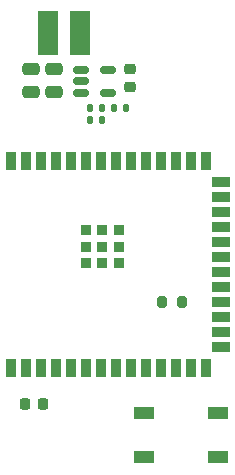
<source format=gbr>
%TF.GenerationSoftware,KiCad,Pcbnew,8.0.3*%
%TF.CreationDate,2024-07-17T21:07:09-04:00*%
%TF.ProjectId,Mainboard,4d61696e-626f-4617-9264-2e6b69636164,rev?*%
%TF.SameCoordinates,Original*%
%TF.FileFunction,Paste,Bot*%
%TF.FilePolarity,Positive*%
%FSLAX46Y46*%
G04 Gerber Fmt 4.6, Leading zero omitted, Abs format (unit mm)*
G04 Created by KiCad (PCBNEW 8.0.3) date 2024-07-17 21:07:09*
%MOMM*%
%LPD*%
G01*
G04 APERTURE LIST*
G04 Aperture macros list*
%AMRoundRect*
0 Rectangle with rounded corners*
0 $1 Rounding radius*
0 $2 $3 $4 $5 $6 $7 $8 $9 X,Y pos of 4 corners*
0 Add a 4 corners polygon primitive as box body*
4,1,4,$2,$3,$4,$5,$6,$7,$8,$9,$2,$3,0*
0 Add four circle primitives for the rounded corners*
1,1,$1+$1,$2,$3*
1,1,$1+$1,$4,$5*
1,1,$1+$1,$6,$7*
1,1,$1+$1,$8,$9*
0 Add four rect primitives between the rounded corners*
20,1,$1+$1,$2,$3,$4,$5,0*
20,1,$1+$1,$4,$5,$6,$7,0*
20,1,$1+$1,$6,$7,$8,$9,0*
20,1,$1+$1,$8,$9,$2,$3,0*%
G04 Aperture macros list end*
%ADD10R,1.700000X3.700000*%
%ADD11RoundRect,0.225000X-0.250000X0.225000X-0.250000X-0.225000X0.250000X-0.225000X0.250000X0.225000X0*%
%ADD12RoundRect,0.225000X0.225000X0.250000X-0.225000X0.250000X-0.225000X-0.250000X0.225000X-0.250000X0*%
%ADD13RoundRect,0.250000X-0.475000X0.250000X-0.475000X-0.250000X0.475000X-0.250000X0.475000X0.250000X0*%
%ADD14RoundRect,0.135000X-0.135000X-0.185000X0.135000X-0.185000X0.135000X0.185000X-0.135000X0.185000X0*%
%ADD15RoundRect,0.200000X0.200000X0.275000X-0.200000X0.275000X-0.200000X-0.275000X0.200000X-0.275000X0*%
%ADD16R,1.800000X1.100000*%
%ADD17RoundRect,0.140000X-0.140000X-0.170000X0.140000X-0.170000X0.140000X0.170000X-0.140000X0.170000X0*%
%ADD18RoundRect,0.150000X-0.512500X-0.150000X0.512500X-0.150000X0.512500X0.150000X-0.512500X0.150000X0*%
%ADD19R,0.900000X0.900000*%
%ADD20R,0.900000X1.500000*%
%ADD21R,1.500000X0.900000*%
G04 APERTURE END LIST*
D10*
%TO.C,L1*%
X140293500Y-82042000D03*
X137593500Y-82042000D03*
%TD*%
D11*
%TO.C,C2*%
X144531500Y-85077000D03*
X144531500Y-86627000D03*
%TD*%
D12*
%TO.C,C1*%
X137173000Y-113411000D03*
X135623000Y-113411000D03*
%TD*%
D13*
%TO.C,C3*%
X138049000Y-85090000D03*
X138049000Y-86990000D03*
%TD*%
%TO.C,C4*%
X136144000Y-85090000D03*
X136144000Y-86990000D03*
%TD*%
D14*
%TO.C,R36*%
X143132500Y-88392000D03*
X144152500Y-88392000D03*
%TD*%
%TO.C,R35*%
X141100500Y-88392000D03*
X142120500Y-88392000D03*
%TD*%
D15*
%TO.C,R1*%
X148907000Y-104775000D03*
X147257000Y-104775000D03*
%TD*%
D16*
%TO.C,SW1*%
X151944000Y-114228000D03*
X145744000Y-114228000D03*
X151944000Y-117928000D03*
X145744000Y-117928000D03*
%TD*%
D17*
%TO.C,C5*%
X141150400Y-89392800D03*
X142110400Y-89392800D03*
%TD*%
D18*
%TO.C,U2*%
X140346000Y-87056000D03*
X140346000Y-86106000D03*
X140346000Y-85156000D03*
X142621000Y-85156000D03*
X142621000Y-87056000D03*
%TD*%
D19*
%TO.C,U1*%
X140760000Y-98700000D03*
X142160000Y-98700000D03*
X143560000Y-98700000D03*
X140760000Y-100100000D03*
X142160000Y-100100000D03*
X143560000Y-100100000D03*
X140760000Y-101500000D03*
X142160000Y-101500000D03*
X143560000Y-101500000D03*
D20*
X134440000Y-92850000D03*
X135710000Y-92850000D03*
X136980000Y-92850000D03*
X138250000Y-92850000D03*
X139520000Y-92850000D03*
X140790000Y-92850000D03*
X142060000Y-92850000D03*
X143330000Y-92850000D03*
X144600000Y-92850000D03*
X145870000Y-92850000D03*
X147140000Y-92850000D03*
X148410000Y-92850000D03*
X149680000Y-92850000D03*
X150950000Y-92850000D03*
D21*
X152200000Y-94615000D03*
X152200000Y-95885000D03*
X152200000Y-97155000D03*
X152200000Y-98425000D03*
X152200000Y-99695000D03*
X152200000Y-100965000D03*
X152200000Y-102235000D03*
X152200000Y-103505000D03*
X152200000Y-104775000D03*
X152200000Y-106045000D03*
X152200000Y-107315000D03*
X152200000Y-108585000D03*
D20*
X150950000Y-110350000D03*
X149680000Y-110350000D03*
X148410000Y-110350000D03*
X147140000Y-110350000D03*
X145870000Y-110350000D03*
X144600000Y-110350000D03*
X143330000Y-110350000D03*
X142060000Y-110350000D03*
X140790000Y-110350000D03*
X139520000Y-110350000D03*
X138250000Y-110350000D03*
X136980000Y-110350000D03*
X135710000Y-110350000D03*
X134440000Y-110350000D03*
%TD*%
M02*

</source>
